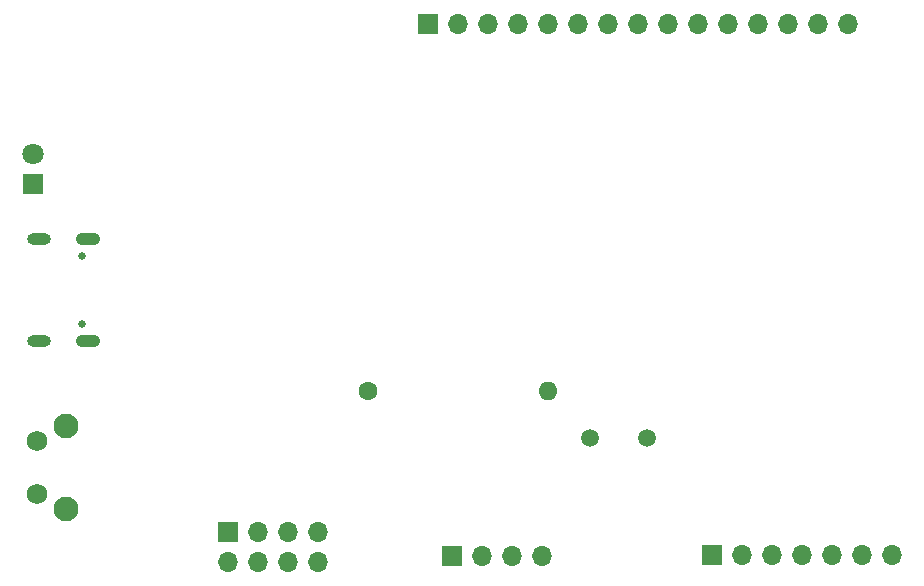
<source format=gbr>
%TF.GenerationSoftware,KiCad,Pcbnew,(6.0.7-1)-1*%
%TF.CreationDate,2022-09-20T14:46:45+12:00*%
%TF.ProjectId,ENEL300Group10MCUBoard,454e454c-3330-4304-9772-6f757031304d,rev?*%
%TF.SameCoordinates,Original*%
%TF.FileFunction,Soldermask,Bot*%
%TF.FilePolarity,Negative*%
%FSLAX46Y46*%
G04 Gerber Fmt 4.6, Leading zero omitted, Abs format (unit mm)*
G04 Created by KiCad (PCBNEW (6.0.7-1)-1) date 2022-09-20 14:46:45*
%MOMM*%
%LPD*%
G01*
G04 APERTURE LIST*
%ADD10C,1.600000*%
%ADD11O,1.600000X1.600000*%
%ADD12C,0.650000*%
%ADD13O,2.100000X1.050000*%
%ADD14O,2.000000X1.000000*%
%ADD15C,2.100000*%
%ADD16C,1.750000*%
%ADD17O,1.700000X1.700000*%
%ADD18R,1.700000X1.700000*%
%ADD19R,1.800000X1.800000*%
%ADD20C,1.800000*%
%ADD21C,1.500000*%
G04 APERTURE END LIST*
D10*
%TO.C,R4*%
X80880000Y-71100000D03*
D11*
X96120000Y-71100000D03*
%TD*%
D12*
%TO.C,J1*%
X56680000Y-65390000D03*
X56680000Y-59610000D03*
D13*
X57180000Y-58180000D03*
D14*
X53000000Y-58180000D03*
X53000000Y-66820000D03*
D13*
X57180000Y-66820000D03*
%TD*%
D15*
%TO.C,RESET1*%
X55352500Y-81025000D03*
X55352500Y-74015000D03*
D16*
X52862500Y-79775000D03*
X52862500Y-75275000D03*
%TD*%
D17*
%TO.C,WIRELESS1*%
X69000000Y-85540000D03*
D18*
X69000000Y-83000000D03*
D17*
X71540000Y-85540000D03*
X71540000Y-83000000D03*
X74080000Y-85540000D03*
X74080000Y-83000000D03*
X76620000Y-85540000D03*
X76620000Y-83000000D03*
%TD*%
D19*
%TO.C,PWR1*%
X52500000Y-53500000D03*
D20*
X52500000Y-50960000D03*
%TD*%
D21*
%TO.C,Y1*%
X104550000Y-75000000D03*
X99650000Y-75000000D03*
%TD*%
D18*
%TO.C,GPIO2*%
X86000000Y-40000000D03*
D17*
X88540000Y-40000000D03*
X91080000Y-40000000D03*
X93620000Y-40000000D03*
X96160000Y-40000000D03*
X98700000Y-40000000D03*
X101240000Y-40000000D03*
X103780000Y-40000000D03*
X106320000Y-40000000D03*
X108860000Y-40000000D03*
X111400000Y-40000000D03*
X113940000Y-40000000D03*
X116480000Y-40000000D03*
X119020000Y-40000000D03*
X121560000Y-40000000D03*
%TD*%
D18*
%TO.C,J2*%
X88000000Y-85000000D03*
D17*
X90540000Y-85000000D03*
X93080000Y-85000000D03*
X95620000Y-85000000D03*
%TD*%
D18*
%TO.C,GPIO1*%
X110000000Y-84975000D03*
D17*
X112540000Y-84975000D03*
X115080000Y-84975000D03*
X117620000Y-84975000D03*
X120160000Y-84975000D03*
X122700000Y-84975000D03*
X125240000Y-84975000D03*
%TD*%
M02*

</source>
